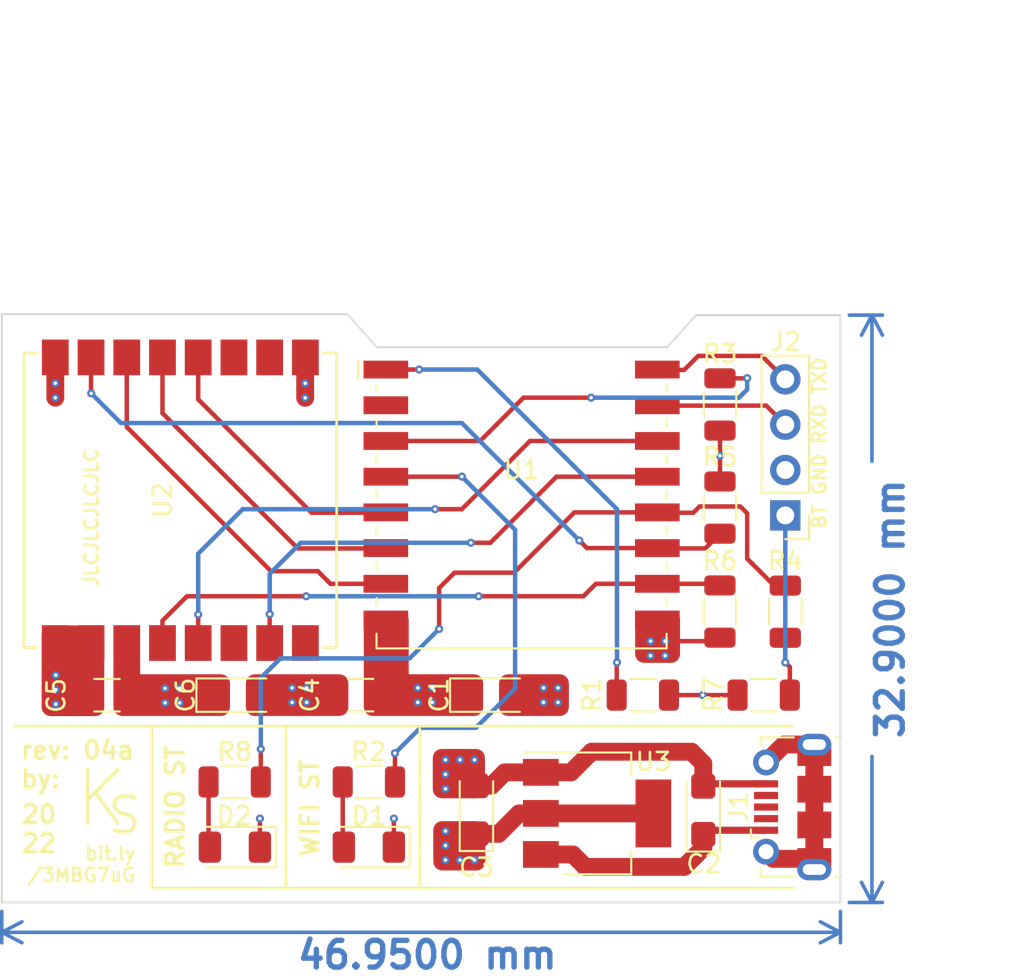
<source format=kicad_pcb>
(kicad_pcb (version 20211014) (generator pcbnew)
  (title_block (title "RF WiFi Bridge") (date "2022-04-26") (rev "0.1") (company "Krzysztof Strehlau") (comment 1 "RF WiFi Bridge (bidirectional)") (comment 2 "ISM: LoRa, GFSK, OOK capable") (comment 3 "Receiver + Transmitter"))
  (layers (0 "F.Cu" signal) (1 "In1.Cu" power) (2 "In2.Cu" power) (31 "B.Cu" signal) (34 "B.Paste" user) (35 "F.Paste" user) (36 "B.SilkS" user "B.Silkscreen") (37 "F.SilkS" user "F.Silkscreen") (38 "B.Mask" user) (39 "F.Mask" user) (44 "Edge.Cuts" user))
  (net 0 "")
  (net 1 "/RESET")
  (net 2 "/SCK")
  (net 3 "/RF_LED")
  (net 6 "GND")
  (net 7 "+3V3")
  (net 11 "unconnected-(J1-Pad6)")
  (net 12 "/MISO")
  (net 13 "Net-(C2-Pad1)")
  (net 14 "Net-(R1-Pad2)")
  (net 15 "Net-(R3-Pad2)")
  (net 16 "/BOOT")
  (net 17 "/MOSI")
  (net 20 "/TXD")
  (net 21 "Net-(D1-Pad2)")
  (net 22 "Net-(D2-Pad2)")
  (net 23 "/WF_LED")
  (net 24 "/DIO2")
  (net 25 "/RXD")
  (net 26 "/SS")
  (net 27 "/DIO0")
  (footprint "LED_SMD:LED_1206_3216Metric" (layer "F.Cu") (at 92.35 72.7 180)
    (fp_text reference "D2" (at 0.05 1.75) (layer "F.SilkS"))
    (fp_text value "RF")
    (fp_line (start -2.285 -1.135) (end -2.285 1.135) (layer "F.SilkS") (width 0.12))
    (fp_line (start -2.285 1.135) (end 1.6 1.135) (layer "F.SilkS") (width 0.12))
    (fp_line (start 1.6 -1.135) (end -2.285 -1.135) (layer "F.SilkS") (width 0.12))
    (pad "1" smd roundrect (at -1.4 0 180) (size 1.25 1.75) (layers "F.Cu" "F.Paste" "F.Mask") (roundrect_rratio 0.2) (net 6 "GND"))
    (pad "2" smd roundrect (at 1.4 0 180) (size 1.25 1.75) (layers "F.Cu" "F.Paste" "F.Mask") (roundrect_rratio 0.2) (net 22 "Net-(D2-Pad2)"))
  )
  (footprint "Capacitor_Tantalum_SMD:CP_EIA-3216-10_Kemet-I" (layer "F.Cu") (at 118.57225 70.6368 90)
    (fp_text reference "C2" (at -3 0.025) (layer "F.SilkS"))
    (fp_text value "10µf")
    (fp_line (start 1.6 -0.935) (end -2.31 -0.935) (layer "F.SilkS") (width 0.12))
    (fp_line (start -2.31 0.935) (end 1.6 0.935) (layer "F.SilkS") (width 0.12))
    (fp_line (start -2.31 -0.935) (end -2.31 0.935) (layer "F.SilkS") (width 0.12))
    (pad "1" smd roundrect (at -1.35 0 90) (size 1.4 1.35) (layers "F.Cu" "F.Paste" "F.Mask") (roundrect_rratio 0.1851851852) (net 13 "Net-(C2-Pad1)"))
    (pad "2" smd roundrect (at 1.35 0 90) (size 1.4 1.35) (layers "F.Cu" "F.Paste" "F.Mask") (roundrect_rratio 0.1851851852) (net 6 "GND"))
  )
  (footprint "Resistor_SMD:R_1206_3216Metric" (layer "F.Cu") (at 119.5042 59.5039 -90)
    (fp_text reference "R6" (at -2.8365 0 180) (layer "F.SilkS"))
    (fp_text value "10k")
    (fp_line (start -0.727064 -0.91) (end 0.727064 -0.91) (layer "F.SilkS") (width 0.12))
    (fp_line (start -0.727064 0.91) (end 0.727064 0.91) (layer "F.SilkS") (width 0.12))
    (pad "1" smd roundrect (at -1.4625 0 270) (size 1.125 1.75) (layers "F.Cu" "F.Paste" "F.Mask") (roundrect_rratio 0.2222222222) (net 1 "/RESET"))
    (pad "2" smd roundrect (at 1.4625 0 270) (size 1.125 1.75) (layers "F.Cu" "F.Paste" "F.Mask") (roundrect_rratio 0.2222222222) (net 6 "GND"))
  )
  (footprint "LED_SMD:LED_1206_3216Metric" (layer "F.Cu") (at 99.85 72.7 180)
    (fp_text reference "D1" (at 0 1.75) (layer "F.SilkS"))
    (fp_text value "WIFI")
    (fp_line (start -2.285 1.135) (end 1.6 1.135) (layer "F.SilkS") (width 0.12))
    (fp_line (start -2.285 -1.135) (end -2.285 1.135) (layer "F.SilkS") (width 0.12))
    (fp_line (start 1.6 -1.135) (end -2.285 -1.135) (layer "F.SilkS") (width 0.12))
    (pad "1" smd roundrect (at -1.4 0 180) (size 1.25 1.75) (layers "F.Cu" "F.Paste" "F.Mask") (roundrect_rratio 0.2) (net 6 "GND"))
    (pad "2" smd roundrect (at 1.4 0 180) (size 1.25 1.75) (layers "F.Cu" "F.Paste" "F.Mask") (roundrect_rratio 0.2) (net 21 "Net-(D1-Pad2)"))
  )
  (footprint "Resistor_SMD:R_1206_3216Metric" (layer "F.Cu") (at 92.3375 69.05)
    (fp_text reference "R8" (at 0 -1.7) (layer "F.SilkS"))
    (fp_text value "220")
    (fp_line (start -0.727064 0.91) (end 0.727064 0.91) (layer "F.SilkS") (width 0.12))
    (fp_line (start -0.727064 -0.91) (end 0.727064 -0.91) (layer "F.SilkS") (width 0.12))
    (pad "1" smd roundrect (at -1.4625 0) (size 1.125 1.75) (layers "F.Cu" "F.Paste" "F.Mask") (roundrect_rratio 0.2222222222) (net 22 "Net-(D2-Pad2)"))
    (pad "2" smd roundrect (at 1.4625 0) (size 1.125 1.75) (layers "F.Cu" "F.Paste" "F.Mask") (roundrect_rratio 0.2222222222) (net 3 "/RF_LED"))
  )
  (footprint "Capacitor_Tantalum_SMD:CP_EIA-3216-10_Kemet-I" (layer "F.Cu") (at 105.87225 70.6076 90)
    (fp_text reference "C3" (at -3.225 0) (layer "F.SilkS"))
    (fp_text value "22µf")
    (fp_line (start 1.6 -0.935) (end -2.31 -0.935) (layer "F.SilkS") (width 0.12))
    (fp_line (start -2.31 0.935) (end 1.6 0.935) (layer "F.SilkS") (width 0.12))
    (fp_line (start -2.31 -0.935) (end -2.31 0.935) (layer "F.SilkS") (width 0.12))
    (pad "1" smd roundrect (at -1.35 0 90) (size 1.4 1.35) (layers "F.Cu" "F.Paste" "F.Mask") (roundrect_rratio 0.1851851852) (net 7 "+3V3"))
    (pad "2" smd roundrect (at 1.35 0 90) (size 1.4 1.35) (layers "F.Cu" "F.Paste" "F.Mask") (roundrect_rratio 0.1851851852) (net 6 "GND"))
  )
  (footprint "RF_Module:Ai-Thinker-Ra-01-LoRa" (layer "F.Cu") (at 89.2964 53.2694 90)
    (fp_text reference "U2" (at 0 -1 90) (layer "F.SilkS"))
    (fp_text value "Ai-Thinker-Ra-02")
    (fp_line (start 8.25 -8.75) (end 8.25 -8) (layer "F.SilkS") (width 0.15))
    (fp_line (start 8.25 8.75) (end 8.25 8) (layer "F.SilkS") (width 0.15))
    (fp_line (start -8.25 8) (end -8.25 8.75) (layer "F.SilkS") (width 0.15))
    (fp_line (start -8.25 -8.75) (end 8.25 -8.75) (layer "F.SilkS") (width 0.15))
    (fp_line (start -8.25 8.75) (end 8.25 8.75) (layer "F.SilkS") (width 0.15))
    (fp_line (start -8.25 -8) (end -8.25 -8.75) (layer "F.SilkS") (width 0.15))
    (pad "1" smd rect (at -8 -7 90) (size 2 1.5) (layers "F.Cu" "F.Paste" "F.Mask") (net 6 "GND"))
    (pad "2" smd rect (at -8 -5 90) (size 2 1.5) (layers "F.Cu" "F.Paste" "F.Mask") (net 6 "GND"))
    (pad "3" smd rect (at -8 -3 90) (size 2 1.5) (layers "F.Cu" "F.Paste" "F.Mask") (net 7 "+3V3"))
    (pad "4" smd rect (at -8 -1 90) (size 2 1.5) (layers "F.Cu" "F.Paste" "F.Mask") (net 1 "/RESET"))
    (pad "5" smd rect (at -8 1 90) (size 2 1.5) (layers "F.Cu" "F.Paste" "F.Mask") (net 27 "/DIO0"))
    (pad "6" smd rect (at -8 3 90) (size 2 1.5) (layers "F.Cu" "F.Paste" "F.Mask"))
    (pad "7" smd rect (at -8 5 90) (size 2 1.5) (layers "F.Cu" "F.Paste" "F.Mask") (net 24 "/DIO2"))
    (pad "8" smd rect (at -8 7 90) (size 2 1.5) (layers "F.Cu" "F.Paste" "F.Mask"))
    (pad "9" smd rect (at 8 7 90) (size 2 1.5) (layers "F.Cu" "F.Paste" "F.Mask") (net 6 "GND"))
    (pad "10" smd rect (at 8 5 90) (size 2 1.5) (layers "F.Cu" "F.Paste" "F.Mask"))
    (pad "11" smd rect (at 8 3 90) (size 2 1.5) (layers "F.Cu" "F.Paste" "F.Mask"))
    (pad "12" smd rect (at 8 1 90) (size 2 1.5) (layers "F.Cu" "F.Paste" "F.Mask") (net 2 "/SCK"))
    (pad "13" smd rect (at 8 -1 90) (size 2 1.5) (layers "F.Cu" "F.Paste" "F.Mask") (net 12 "/MISO"))
    (pad "14" smd rect (at 8 -3 90) (size 2 1.5) (layers "F.Cu" "F.Paste" "F.Mask") (net 17 "/MOSI"))
    (pad "15" smd rect (at 8 -5 90) (size 2 1.5) (layers "F.Cu" "F.Paste" "F.Mask") (net 26 "/SS"))
    (pad "16" smd rect (at 8 -7 90) (size 2 1.5) (layers "F.Cu" "F.Paste" "F.Mask") (net 6 "GND"))
  )
  (footprint "Capacitor_Tantalum_SMD:CP_EIA-3216-10_Kemet-I" (layer "F.Cu") (at 106.7036 64.1858)
    (fp_text reference "C1" (at -2.9192 0 90) (layer "F.SilkS"))
    (fp_text value "22µf")
    (fp_line (start -2.31 -0.935) (end -2.31 0.935) (layer "F.SilkS") (width 0.12))
    (fp_line (start 1.6 -0.935) (end -2.31 -0.935) (layer "F.SilkS") (width 0.12))
    (fp_line (start -2.31 0.935) (end 1.6 0.935) (layer "F.SilkS") (width 0.12))
    (pad "1" smd roundrect (at -1.35 0) (size 1.4 1.35) (layers "F.Cu" "F.Paste" "F.Mask") (roundrect_rratio 0.1851851852) (net 7 "+3V3"))
    (pad "2" smd roundrect (at 1.35 0) (size 1.4 1.35) (layers "F.Cu" "F.Paste" "F.Mask") (roundrect_rratio 0.1851851852) (net 6 "GND"))
  )
  (footprint "Capacitor_Tantalum_SMD:CP_EIA-3216-10_Kemet-I" (layer "F.Cu") (at 92.5068 64.1858)
    (fp_text reference "C6" (at -2.921 0 90) (layer "F.SilkS"))
    (fp_text value "22µf")
    (fp_line (start -2.31 -0.935) (end -2.31 0.935) (layer "F.SilkS") (width 0.12))
    (fp_line (start 1.6 -0.935) (end -2.31 -0.935) (layer "F.SilkS") (width 0.12))
    (fp_line (start -2.31 0.935) (end 1.6 0.935) (layer "F.SilkS") (width 0.12))
    (pad "1" smd roundrect (at -1.35 0) (size 1.4 1.35) (layers "F.Cu" "F.Paste" "F.Mask") (roundrect_rratio 0.1851851852) (net 7 "+3V3"))
    (pad "2" smd roundrect (at 1.35 0) (size 1.4 1.35) (layers "F.Cu" "F.Paste" "F.Mask") (roundrect_rratio 0.1851851852) (net 6 "GND"))
  )
  (footprint "Resistor_SMD:R_1206_3216Metric" (layer "F.Cu") (at 119.507 47.9044 90)
    (fp_text reference "R3" (at 2.8448 0) (layer "F.SilkS"))
    (fp_text value "10k")
    (fp_line (start -0.727064 0.91) (end 0.727064 0.91) (layer "F.SilkS") (width 0.12))
    (fp_line (start -0.727064 -0.91) (end 0.727064 -0.91) (layer "F.SilkS") (width 0.12))
    (pad "1" smd roundrect (at -1.4625 0 90) (size 1.125 1.75) (layers "F.Cu" "F.Paste" "F.Mask") (roundrect_rratio 0.2222222222) (net 7 "+3V3"))
    (pad "2" smd roundrect (at 1.4625 0 90) (size 1.125 1.75) (layers "F.Cu" "F.Paste" "F.Mask") (roundrect_rratio 0.2222222222) (net 15 "Net-(R3-Pad2)"))
  )
  (footprint "Connector_USB:USB_Micro-B_Molex-105017-0001" (layer "F.Cu") (at 123.55065 70.4552 90)
    (fp_text reference "J1" (at 0 -3.00225 90) (layer "F.SilkS"))
    (fp_text value "USB_OTG")
    (fp_line (start -3.9 -1.7625) (end -3.45 -1.7625) (layer "F.SilkS") (width 0.12))
    (fp_line (start 3.9 2.6375) (end 3.9 2.3875) (layer "F.SilkS") (width 0.12))
    (fp_line (start 3.9 -1.7625) (end 3.45 -1.7625) (layer "F.SilkS") (width 0.12))
    (fp_line (start 3.9 0.0875) (end 3.9 -1.7625) (layer "F.SilkS") (width 0.12))
    (fp_line (start -1.7 -2.3125) (end -1.7 -1.8625) (layer "F.SilkS") (width 0.12))
    (fp_line (start -3.9 2.6375) (end -3.9 2.3875) (layer "F.SilkS") (width 0.12))
    (fp_line (start -3.9 0.0875) (end -3.9 -1.7625) (layer "F.SilkS") (width 0.12))
    (fp_line (start -1.7 -2.3125) (end -1.25 -2.3125) (layer "F.SilkS") (width 0.12))
    (pad "1" smd rect (at -1.3 -1.4625 90) (size 0.4 1.35) (layers "F.Cu" "F.Paste" "F.Mask") (net 13 "Net-(C2-Pad1)"))
    (pad "2" smd rect (at -0.65 -1.4625 90) (size 0.4 1.35) (layers "F.Cu" "F.Paste" "F.Mask"))
    (pad "3" smd rect (at 0 -1.4625 90) (size 0.4 1.35) (layers "F.Cu" "F.Paste" "F.Mask"))
    (pad "4" smd rect (at 0.65 -1.4625 90) (size 0.4 1.35) (layers "F.Cu" "F.Paste" "F.Mask"))
    (pad "5" smd rect (at 1.3 -1.4625 90) (size 0.4 1.35) (layers "F.Cu" "F.Paste" "F.Mask") (net 6 "GND"))
    (pad "6" smd rect (at -1 1.2375 90) (size 1.5 1.9) (layers "F.Cu" "F.Paste" "F.Mask") (net 11 "unconnected-(J1-Pad6)"))
    (pad "6" smd rect (at 1 1.2375 90) (size 1.5 1.9) (layers "F.Cu" "F.Paste" "F.Mask") (net 11 "unconnected-(J1-Pad6)"))
    (pad "6" thru_hole oval (at -3.5 1.2375 270) (size 1.2 1.9) (drill oval 0.6 1.3) (layers *.Cu *.Mask) (net 11 "unconnected-(J1-Pad6)"))
    (pad "6" thru_hole circle (at -2.5 -1.4625 90) (size 1.45 1.45) (drill 0.85) (layers *.Cu *.Mask) (net 11 "unconnected-(J1-Pad6)"))
    (pad "6" thru_hole circle (at 2.5 -1.4625 90) (size 1.45 1.45) (drill 0.85) (layers *.Cu *.Mask) (net 11 "unconnected-(J1-Pad6)"))
    (pad "6" smd rect (at 2.9 1.2375 90) (size 1.2 1.9) (layers "F.Cu" "F.Mask") (net 11 "unconnected-(J1-Pad6)"))
    (pad "6" smd rect (at -2.9 1.2375 90) (size 1.2 1.9) (layers "F.Cu" "F.Mask") (net 11 "unconnected-(J1-Pad6)"))
    (pad "6" thru_hole oval (at 3.5 1.2375 90) (size 1.2 1.9) (drill oval 0.6 1.3) (layers *.Cu *.Mask) (net 11 "unconnected-(J1-Pad6)"))
  )
  (footprint "Capacitor_SMD:C_1206_3216Metric" (layer "F.Cu") (at 85.1934 64.1922 180)
    (fp_text reference "C5" (at 2.8466 -0.019 90) (layer "F.SilkS"))
    (fp_text value "0.1µf")
    (fp_line (start -0.711252 -0.91) (end 0.711252 -0.91) (layer "F.SilkS") (width 0.12))
    (fp_line (start -0.711252 0.91) (end 0.711252 0.91) (layer "F.SilkS") (width 0.12))
    (pad "1" smd roundrect (at -1.475 0 180) (size 1.15 1.8) (layers "F.Cu" "F.Paste" "F.Mask") (roundrect_rratio 0.2173913043) (net 7 "+3V3"))
    (pad "2" smd roundrect (at 1.475 0 180) (size 1.15 1.8) (layers "F.Cu" "F.Paste" "F.Mask") (roundrect_rratio 0.2173913043) (net 6 "GND"))
  )
  (footprint "Resistor_SMD:R_1206_3216Metric" (layer "F.Cu") (at 99.85 69.05)
    (fp_text reference "R2" (at -0.0125 -1.699094) (layer "F.SilkS"))
    (fp_text value "220")
    (fp_line (start -0.727064 -0.91) (end 0.727064 -0.91) (layer "F.SilkS") (width 0.12))
    (fp_line (start -0.727064 0.91) (end 0.727064 0.91) (layer "F.SilkS") (width 0.12))
    (pad "1" smd roundrect (at -1.4625 0) (size 1.125 1.75) (layers "F.Cu" "F.Paste" "F.Mask") (roundrect_rratio 0.2222222222) (net 21 "Net-(D1-Pad2)"))
    (pad "2" smd roundrect (at 1.4625 0) (size 1.125 1.75) (layers "F.Cu" "F.Paste" "F.Mask") (roundrect_rratio 0.2222222222) (net 23 "/WF_LED"))
  )
  (footprint "Resistor_SMD:R_1206_3216Metric" (layer "F.Cu") (at 123.1646 59.5122 -90)
    (fp_text reference "R4" (at -2.8448 0) (layer "F.SilkS"))
    (fp_text value "1k")
    (fp_line (start -0.727064 -0.91) (end 0.727064 -0.91) (layer "F.SilkS") (width 0.12))
    (fp_line (start -0.727064 0.91) (end 0.727064 0.91) (layer "F.SilkS") (width 0.12))
    (pad "1" smd roundrect (at -1.4625 0 270) (size 1.125 1.75) (layers "F.Cu" "F.Paste" "F.Mask") (roundrect_rratio 0.2222222222) (net 3 "/RF_LED"))
    (pad "2" smd roundrect (at 1.4625 0 270) (size 1.125 1.75) (layers "F.Cu" "F.Paste" "F.Mask") (roundrect_rratio 0.2222222222) (net 16 "/BOOT"))
  )
  (footprint "RF_Module:ESP-07" (layer "F.Cu") (at 108.4 50.85)
    (fp_text reference "U1" (at 0 0.71) (layer "F.SilkS"))
    (fp_text value "ESP-12F")
    (fp_line (start -8.12 -1.7) (end -8.12 -2.1) (layer "F.SilkS") (width 0.12))
    (fp_line (start -8.12 6.3) (end -8.12 5.9) (layer "F.SilkS") (width 0.12))
    (fp_line (start -8.12 -3.7) (end -8.12 -4.1) (layer "F.SilkS") (width 0.12))
    (fp_line (start -8.12 10.72) (end -8.12 9.9) (layer "F.SilkS") (width 0.12))
    (fp_line (start -8.12 2.3) (end -8.12 1.9) (layer "F.SilkS") (width 0.12))
    (fp_line (start 8.12 0.3) (end 8.12 -0.1) (layer "F.SilkS") (width 0.12))
    (fp_line (start 8.12 -3.7) (end 8.12 -4.1) (layer "F.SilkS") (width 0.12))
    (fp_line (start -8.12 8.3) (end -8.12 7.9) (layer "F.SilkS") (width 0.12))
    (fp_line (start 8.12 8.3) (end 8.12 7.9) (layer "F.SilkS") (width 0.12))
    (fp_line (start 8.12 2.3) (end 8.12 1.9) (layer "F.SilkS") (width 0.12))
    (fp_line (start 8.12 4.3) (end 8.12 3.9) (layer "F.SilkS") (width 0.12))
    (fp_line (start -8.12 0.3) (end -8.12 -0.1) (layer "F.SilkS") (width 0.12))
    (fp_line (start -9.15 -5.4) (end -9.15 -4.4) (layer "F.SilkS") (width 0.12))
    (fp_line (start 8.12 -1.7) (end 8.12 -2.1) (layer "F.SilkS") (width 0.12))
    (fp_line (start 8.12 6.3) (end 8.12 5.9) (layer "F.SilkS") (width 0.12))
    (fp_line (start 8.12 10.72) (end -8.12 10.72) (layer "F.SilkS") (width 0.12))
    (fp_line (start 8.12 9.9) (end 8.12 10.72) (layer "F.SilkS") (width 0.12))
    (fp_line (start -8.12 4.3) (end -8.12 3.9) (layer "F.SilkS") (width 0.12))
    (pad "1" smd rect (at -7.6 -4.9) (size 2.5 1) (layers "F.Cu" "F.Paste" "F.Mask") (net 14 "Net-(R1-Pad2)"))
    (pad "2" smd rect (at -7.6 -2.9) (size 2.5 1) (layers "F.Cu" "F.Paste" "F.Mask"))
    (pad "3" smd rect (at -7.6 -0.9) (size 2.5 1) (layers "F.Cu" "F.Paste" "F.Mask") (net 15 "Net-(R3-Pad2)"))
    (pad "4" smd rect (at -7.6 1.1) (size 2.5 1) (layers "F.Cu" "F.Paste" "F.Mask") (net 23 "/WF_LED"))
    (pad "5" smd rect (at -7.6 3.1) (size 2.5 1) (layers "F.Cu" "F.Paste" "F.Mask") (net 2 "/SCK"))
    (pad "6" smd rect (at -7.6 5.1) (size 2.5 1) (layers "F.Cu" "F.Paste" "F.Mask") (net 12 "/MISO"))
    (pad "7" smd rect (at -7.6 7.1) (size 2.5 1) (layers "F.Cu" "F.Paste" "F.Mask") (net 17 "/MOSI"))
    (pad "8" smd rect (at -7.6 9.1) (size 2.5 1) (layers "F.Cu" "F.Paste" "F.Mask") (net 7 "+3V3"))
    (pad "9" smd rect (at 7.6 9.1) (size 2.5 1) (layers "F.Cu" "F.Paste" "F.Mask") (net 6 "GND"))
    (pad "10" smd rect (at 7.6 7.1) (size 2.5 1) (layers "F.Cu" "F.Paste" "F.Mask") (net 1 "/RESET"))
    (pad "11" smd rect (at 7.6 5.1) (size 2.5 1) (layers "F.Cu" "F.Paste" "F.Mask") (net 26 "/SS"))
    (pad "12" smd rect (at 7.6 3.1) (size 2.5 1) (layers "F.Cu" "F.Paste" "F.Mask") (net 3 "/RF_LED"))
    (pad "13" smd rect (at 7.6 1.1) (size 2.5 1) (layers "F.Cu" "F.Paste" "F.Mask") (net 24 "/DIO2"))
    (pad "14" smd rect (at 7.6 -0.9) (size 2.5 1) (layers "F.Cu" "F.Paste" "F.Mask") (net 27 "/DIO0"))
    (pad "15" smd rect (at 7.6 -2.9) (size 2.5 1) (layers "F.Cu" "F.Paste" "F.Mask") (net 25 "/RXD"))
    (pad "16" smd rect (at 7.6 -4.9) (size 2.5 1) (layers "F.Cu" "F.Paste" "F.Mask") (net 20 "/TXD"))
    (zone (net 0) (net_name "") (layers *.Cu) (connect_pads (clearance 0)) (min_thickness 0.254)
      (keepout (tracks not_allowed) (vias not_allowed) (pads not_allowed) (copperpour not_allowed) (footprints not_allowed))
      (fill (thermal_gap 0.508) (thermal_bridge_width 0.508))
      (polygon (pts (xy 99.243 44.85) (xy 117.557 44.85) (xy 117.557 25.25) (xy 99.243 25.25)))
    )
  )
  (footprint "Capacitor_SMD:C_1206_3216Metric" (layer "F.Cu") (at 99.3902 64.1858 180)
    (fp_text reference "C4" (at 2.8448 0 90) (layer "F.SilkS"))
    (fp_text value "0.1µf")
    (fp_line (start -0.711252 -0.91) (end 0.711252 -0.91) (layer "F.SilkS") (width 0.12))
    (fp_line (start -0.711252 0.91) (end 0.711252 0.91) (layer "F.SilkS") (width 0.12))
    (pad "1" smd roundrect (at -1.475 0 180) (size 1.15 1.8) (layers "F.Cu" "F.Paste" "F.Mask") (roundrect_rratio 0.2173913043) (net 7 "+3V3"))
    (pad "2" smd roundrect (at 1.475 0 180) (size 1.15 1.8) (layers "F.Cu" "F.Paste" "F.Mask") (roundrect_rratio 0.2173913043) (net 6 "GND"))
  )
  (footprint "Resistor_SMD:R_1206_3216Metric" (layer "F.Cu") (at 119.507 53.6809 90)
    (fp_text reference "R5" (at 2.8301 0) (layer "F.SilkS"))
    (fp_text value "10k")
    (fp_line (start -0.727064 0.91) (end 0.727064 0.91) (layer "F.SilkS") (width 0.12))
    (fp_line (start -0.727064 -0.91) (end 0.727064 -0.91) (layer "F.SilkS") (width 0.12))
    (pad "1" smd roundrect (at -1.4625 0 90) (size 1.125 1.75) (layers "F.Cu" "F.Paste" "F.Mask") (roundrect_rratio 0.2222222222) (net 26 "/SS"))
    (pad "2" smd roundrect (at 1.4625 0 90) (size 1.125 1.75) (layers "F.Cu" "F.Paste" "F.Mask") (roundrect_rratio 0.2222222222) (net 7 "+3V3"))
  )
  (footprint "Package_TO_SOT_SMD:SOT-223-3_TabPin2" (layer "F.Cu") (at 112.62825 70.8108)
    (fp_text reference "U3" (at 3.15 -2.9) (layer "F.SilkS"))
    (fp_text value "AMS1117-3.3")
    (fp_line (start 1.91 -3.41) (end 1.91 -2.15) (layer "F.SilkS") (width 0.12))
    (fp_line (start -1.85 3.41) (end 1.91 3.41) (layer "F.SilkS") (width 0.12))
    (fp_line (start -4.1 -3.41) (end 1.91 -3.41) (layer "F.SilkS") (width 0.12))
    (fp_line (start 1.91 3.41) (end 1.91 2.15) (layer "F.SilkS") (width 0.12))
    (pad "1" smd rect (at -3.15 -2.3) (size 2 1.5) (layers "F.Cu" "F.Paste" "F.Mask") (net 6 "GND"))
    (pad "2" smd rect (at -3.15 0) (size 2 1.5) (layers "F.Cu" "F.Paste" "F.Mask") (net 7 "+3V3"))
    (pad "2" smd rect (at 3.15 0) (size 2 3.8) (layers "F.Cu" "F.Paste" "F.Mask") (net 7 "+3V3"))
    (pad "3" smd rect (at -3.15 2.3) (size 2 1.5) (layers "F.Cu" "F.Paste" "F.Mask") (net 13 "Net-(C2-Pad1)"))
  )
  (footprint "Connector_PinHeader_2.54mm:PinHeader_1x04_P2.54mm_Vertical" (layer "F.Cu") (at 123.1646 54.1174 180)
    (fp_text reference "J2" (at -0.0254 9.7182) (layer "F.SilkS"))
    (fp_text value "Conn_01x04")
    (fp_line (start -1.33 0) (end -1.33 -1.33) (layer "F.SilkS") (width 0.12))
    (fp_line (start -1.33 1.27) (end 1.33 1.27) (layer "F.SilkS") (width 0.12))
    (fp_line (start -1.33 1.27) (end -1.33 8.95) (layer "F.SilkS") (width 0.12))
    (fp_line (start -1.33 8.95) (end 1.33 8.95) (layer "F.SilkS") (width 0.12))
    (fp_line (start 1.33 1.27) (end 1.33 8.95) (layer "F.SilkS") (width 0.12))
    (fp_line (start -1.33 -1.33) (end 0 -1.33) (layer "F.SilkS") (width 0.12))
    (pad "1" thru_hole rect (at 0 0 180) (size 1.7 1.7) (drill 1) (layers *.Cu *.Mask) (net 16 "/BOOT"))
    (pad "2" thru_hole oval (at 0 2.54 180) (size 1.7 1.7) (drill 1) (layers *.Cu *.Mask) (net 6 "GND"))
    (pad "3" thru_hole oval (at 0 5.08 180) (size 1.7 1.7) (drill 1) (layers *.Cu *.Mask) (net 25 "/RXD"))
    (pad "4" thru_hole oval (at 0 7.62 180) (size 1.7 1.7) (drill 1) (layers *.Cu *.Mask) (net 20 "/TXD"))
  )
  (footprint "Resistor_SMD:R_1206_3216Metric" (layer "F.Cu") (at 115.189 64.1858 180)
    (fp_text reference "R1" (at 2.8448 0.0254 270) (layer "F.SilkS"))
    (fp_text value "10k")
    (fp_line (start -0.727064 0.91) (end 0.727064 0.91) (layer "F.SilkS") (width 0.12))
    (fp_line (start -0.727064 -0.91) (end 0.727064 -0.91) (layer "F.SilkS") (width 0.12))
    (pad "1" smd roundrect (at -1.4625 0 180) (size 1.125 1.75) (layers "F.Cu" "F.Paste" "F.Mask") (roundrect_rratio 0.2222222222) (net 7 "+3V3"))
    (pad "2" smd roundrect (at 1.4625 0 180) (size 1.125 1.75) (layers "F.Cu" "F.Paste" "F.Mask") (roundrect_rratio 0.2222222222) (net 14 "Net-(R1-Pad2)"))
  )
  (footprint "Resistor_SMD:R_1206_3216Metric" (layer "F.Cu") (at 121.9561 64.1858 180)
    (fp_text reference "R7" (at 2.8301 0.0254 90) (layer "F.SilkS"))
    (fp_text value "10k")
    (fp_line (start -0.727064 0.91) (end 0.727064 0.91) (layer "F.SilkS") (width 0.12))
    (fp_line (start -0.727064 -0.91) (end 0.727064 -0.91) (layer "F.SilkS") (width 0.12))
    (pad "1" smd roundrect (at -1.4625 0 180) (size 1.125 1.75) (layers "F.Cu" "F.Paste" "F.Mask") (roundrect_rratio 0.2222222222) (net 16 "/BOOT"))
    (pad "2" smd roundrect (at 1.4625 0 180) (size 1.125 1.75) (layers "F.Cu" "F.Paste" "F.Mask") (roundrect_rratio 0.2222222222) (net 7 "+3V3"))
  )
  (gr_line (start 80 65.925) (end 123.55 65.925) (layer "F.SilkS") (width 0.15))
  (gr_line (start 95.2 75) (end 95.2 65.925) (layer "F.SilkS") (width 0.15))
  (gr_line (start 87.7022 75) (end 87.7022 65.925) (layer "F.SilkS") (width 0.15))
  (gr_line (start 102.6978 75) (end 102.7 65.925) (layer "F.SilkS") (width 0.15))
  (gr_line (start 123.6472 75) (end 87.7022 75) (layer "F.SilkS") (width 0.15))
  (gr_line (start 126.25 42.9) (end 118.175 42.9) (layer "Edge.Cuts") (width 0.1))
  (gr_line (start 79.3 75.8) (end 126.25 75.8) (layer "Edge.Cuts") (width 0.1))
  (gr_line (start 116.55 44.7) (end 100.3 44.7) (layer "Edge.Cuts") (width 0.1))
  (gr_line (start 79.3 42.85) (end 79.3 75.8) (layer "Edge.Cuts") (width 0.1))
  (gr_line (start 100.3 44.7) (end 98.65 42.85) (layer "Edge.Cuts") (width 0.1))
  (gr_line (start 126.25 75.8) (end 126.25 42.9) (layer "Edge.Cuts") (width 0.1))
  (gr_line (start 116.55 44.7) (end 118.175 42.9) (layer "Edge.Cuts") (width 0.1))
  (gr_line (start 98.65 42.85) (end 79.3 42.85) (layer "Edge.Cuts") (width 0.1))
  (gr_text "RADIO ST" (at 89 70.45 90) (layer "F.SilkS") (effects (font (size 1 1) (thickness 0.2))))
  (gr_text "BT GND RXD TXD" (at 125.0696 45.1866 90) (layer "F.SilkS") (effects (font (size 0.75 0.75)) (justify right)))
  (gr_text "S" (at 86.175 70.925) (layer "F.SilkS") (effects (font (size 2 2) (thickness 0.2))))
  (gr_text "WIFI ST" (at 96.55 70.5 90) (layer "F.SilkS") (effects (font (size 1 1) (thickness 0.2))))
  (gr_text "JLCJLCJLCJLC" (at 84.32 50.28 90) (layer "F.SilkS") (effects (font (size 0.75 0.75)) (justify right)))
  (gr_text "rev: 04a\nby:" (at 80.264 68.072) (layer "F.SilkS") (effects (font (size 1 1) (thickness 0.2)) (justify left)))
  (gr_text "K" (at 84.875 69.975) (layer "F.SilkS") (effects (font (size 3 3) (thickness 0.2))))
  (gr_text "bit.ly\n/3MBG7uG" (at 86.868 73.66) (layer "F.SilkS") (effects (font (size 0.75 0.75)) (justify right)))
  (gr_text "20\n22" (at 81.375 71.675) (layer "F.SilkS") (effects (font (size 1 1) (thickness 0.2))))
  (dimension (type aligned) (layer "B.Cu") (pts (xy 126.25 75.8) (xy 126.25 42.9)) (height 1.766) (gr_text "32,9000 mm" (at 129.032 59.35 90) (layer "B.Cu") (effects (font (size 1.5 1.5) (thickness 0.3)))) (format (units 3) (units_format 1) (precision 4)) (style (thickness 0.2) (arrow_length 1.27) (text_position_mode 2) (extension_height 0.58642) (extension_offset 0.5) keep_text_aligned))
  (dimension (type aligned) (layer "B.Cu") (pts (xy 126.25 75.8) (xy 79.3 75.8)) (height -1.67) (gr_text "46,9500 mm" (at 103.124 78.74) (layer "B.Cu") (effects (font (size 1.5 1.5) (thickness 0.3)))) (format (units 3) (units_format 1) (precision 4)) (style (thickness 0.2) (arrow_length 1.27) (text_position_mode 2) (extension_height 0.58642) (extension_offset 0.5) keep_text_aligned))
  (segment (start 88.2964 60.0194) (end 89.6672 58.6486) (width 0.25) (layer "F.Cu") (net 1))
  (segment (start 119.4128 57.95) (end 116 57.95) (width 0.25) (layer "F.Cu") (net 1))
  (segment (start 111.8616 58.6486) (end 112.5602 57.95) (width 0.25) (layer "F.Cu") (net 1))
  (segment (start 116 57.95) (end 112.5602 57.95) (width 0.25) (layer "F.Cu") (net 1))
  (segment (start 89.6672 58.6486) (end 96.3422 58.6486) (width 0.25) (layer "F.Cu") (net 1))
  (segment (start 105.9942 58.6486) (end 111.8616 58.6486) (width 0.25) (layer "F.Cu") (net 1))
  (segment (start 88.2964 61.2694) (end 88.2964 60.0194) (width 0.25) (layer "F.Cu") (net 1))
  (segment (start 119.5042 58.0414) (end 119.4128 57.95) (width 0.25) (layer "F.Cu") (net 1))
  (via (at 96.3422 58.6486) (size 0.45) (drill 0.2) (layers "F.Cu" "B.Cu") (net 1))
  (via (at 105.9942 58.6486) (size 0.45) (drill 0.2) (layers "F.Cu" "B.Cu") (net 1))
  (segment (start 105.9942 58.6486) (end 96.3422 58.6486) (width 0.25) (layer "B.Cu") (net 1))
  (segment (start 90.2964 45.2694) (end 90.2964 47.6194) (width 0.25) (layer "F.Cu") (net 2))
  (segment (start 90.2964 47.6194) (end 96.6464 53.9694) (width 0.25) (layer "F.Cu") (net 2))
  (segment (start 96.6464 53.9694) (end 100.8214 53.9694) (width 0.25) (layer "F.Cu") (net 2))
  (segment (start 103.7844 60.4774) (end 103.7844 58.1914) (width 0.25) (layer "F.Cu") (net 3))
  (segment (start 104.648 57.3278) (end 107.9754 57.3278) (width 0.25) (layer "F.Cu") (net 3))
  (segment (start 118.014 53.9694) (end 116.0214 53.9694) (width 0.25) (layer "F.Cu") (net 3))
  (segment (start 93.8 67.2106) (end 93.8022 67.2084) (width 0.25) (layer "F.Cu") (net 3))
  (segment (start 103.7844 58.1914) (end 104.648 57.3278) (width 0.25) (layer "F.Cu") (net 3))
  (segment (start 123.1646 58.0497) (end 122.5403 58.0497) (width 0.25) (layer "F.Cu") (net 3))
  (segment (start 93.8 69.05) (end 93.8 67.5) (width 0.25) (layer "F.Cu") (net 3))
  (segment (start 120.65 53.6194) (end 118.364 53.6194) (width 0.25) (layer "F.Cu") (net 3))
  (segment (start 122.5403 58.0497) (end 121.031 56.5404) (width 0.25) (layer "F.Cu") (net 3))
  (segment (start 121.031 56.5404) (end 121.031 54.0004) (width 0.25) (layer "F.Cu") (net 3))
  (segment (start 118.364 53.6194) (end 118.014 53.9694) (width 0.25) (layer "F.Cu") (net 3))
  (segment (start 107.9754 57.3278) (end 111.3532 53.95) (width 0.25) (layer "F.Cu") (net 3))
  (segment (start 121.031 54.0004) (end 120.65 53.6194) (width 0.25) (layer "F.Cu") (net 3))
  (segment (start 111.3532 53.95) (end 116 53.95) (width 0.25) (layer "F.Cu") (net 3))
  (segment (start 93.8 67.5) (end 93.8 67.2106) (width 0.25) (layer "F.Cu") (net 3))
  (via (at 93.8022 67.2084) (size 0.45) (drill 0.2) (layers "F.Cu" "B.Cu") (net 3))
  (via (at 103.7844 60.4774) (size 0.45) (drill 0.2) (layers "F.Cu" "B.Cu") (net 3))
  (segment (start 94.8944 62.1284) (end 93.8022 63.2206) (width 0.25) (layer "B.Cu") (net 3))
  (segment (start 102.1334 62.1284) (end 103.7844 60.4774) (width 0.25) (layer "B.Cu") (net 3))
  (segment (start 94.8944 62.1284) (end 102.1334 62.1284) (width 0.25) (layer "B.Cu") (net 3))
  (segment (start 93.8022 63.2206) (end 93.8022 67.2084) (width 0.25) (layer "B.Cu") (net 3))
  (segment (start 101.25 71.100906) (end 101.252698 71.098208) (width 0.25) (layer "F.Cu") (net 6))
  (segment (start 96.2854 47.533) (end 96.2854 45.2804) (width 1) (layer "F.Cu") (net 6))
  (segment (start 117.91185 67.3564) (end 118.57225 68.0168) (width 1) (layer "F.Cu") (net 6))
  (segment (start 101.25 72.7) (end 101.25 71.100906) (width 0.25) (layer "F.Cu") (net 6))
  (segment (start 106.71425 69.2576) (end 107.46105 68.5108) (width 1) (layer "F.Cu") (net 6))
  (segment (start 107.46105 68.5108) (end 109.47825 68.5108) (width 1) (layer "F.Cu") (net 6))
  (segment (start 118.69625 69.1044) (end 118.57225 69.2284) (width 0.4) (layer "F.Cu") (net 6))
  (segment (start 93.75 72.7) (end 93.75 71.1) (width 0.25) (layer "F.Cu") (net 6))
  (segment (start 118.57225 68.0168) (end 118.57225 69.2868) (width 1) (layer "F.Cu") (net 6))
  (segment (start 116.4336 61.1632) (end 119.3074 61.1632) (width 0.25) (layer "F.Cu") (net 6))
  (segment (start 122.08815 69.1552) (end 118.70385 69.1552) (width 0.4) (layer "F.Cu") (net 6))
  (segment (start 111.16945 68.5108) (end 109.47825 68.5108) (width 1) (layer "F.Cu") (net 6))
  (segment (start 117.91185 67.3564) (end 112.32385 67.3564) (width 1) (layer "F.Cu") (net 6))
  (segment (start 82.2964 45.2694) (end 82.2964 47.5266) (width 1) (layer "F.Cu") (net 6))
  (segment (start 105.87225 69.2576) (end 106.71425 69.2576) (width 1) (layer "F.Cu") (net 6))
  (segment (start 119.3074 61.1632) (end 119.5042 60.9664) (width 0.25) (layer "F.Cu") (net 6))
  (segment (start 96.2854 45.2804) (end 96.2964 45.2694) (width 0.25) (layer "F.Cu") (net 6))
  (segment (start 118.70385 69.1552) (end 118.57225 69.2868) (width 0.4) (layer "F.Cu") (net 6))
  (segment (start 82.2964 47.5266) (end 82.2932 47.5298) (width 0.25) (layer "F.Cu") (net 6))
  (segment (start 112.32385 67.3564) (end 111.16945 68.5108) (width 1) (layer "F.Cu") (net 6))
  (via (at 105.76605 67.8102) (size 0.45) (drill 0.2) (layers "F.Cu" "B.Cu") (net 6))
  (via (at 110.4392 64.5922) (size 0.45) (drill 0.2) (layers "F.Cu" "B.Cu") (net 6))
  (via (at 104.14045 68.623) (size 0.45) (drill 0.2) (layers "F.Cu" "B.Cu") (net 6))
  (via (at 104.14045 67.8102) (size 0.45) (drill 0.2) (layers "F.Cu" "B.Cu") (net 6))
  (via (at 82.2932 47.5298) (size 0.45) (drill 0.2) (layers "F.Cu" "B.Cu") (net 6))
  (via (at 96.2854 47.533) (size 0.45) (drill 0.2) (layers "F.Cu" "B.Cu") (net 6))
  (via (at 116.4336 61.1632) (size 0.45) (drill 0.2) (layers "F.Cu" "B.Cu") (net 6))
  (via (at 115.6208 61.1632) (size 0.45) (drill 0.2) (layers "F.Cu" "B.Cu") (net 6))
  (via (at 82.3214 63.881) (size 0.45) (drill 0.2) (layers "F.Cu" "B.Cu") (net 6))
  (via (at 109.6264 63.7794) (size 0.45) (drill 0.2) (layers "F.Cu" "B.Cu") (net 6))
  (via (at 109.6264 64.5922) (size 0.45) (drill 0.2) (layers "F.Cu" "B.Cu") (net 6))
  (via (at 96.3676 63.7794) (size 0.45) (drill 0.2) (layers "F.Cu" "B.Cu") (net 6))
  (via (at 82.3214 64.6938) (size 0.45) (drill 0.2) (layers "F.Cu" "B.Cu") (net 6))
  (via (at 115.6208 61.976) (size 0.45) (drill 0.2) (layers "F.Cu" "B.Cu") (net 6))
  (via (at 104.95325 67.8102) (size 0.45) (drill 0.2) (layers "F.Cu" "B.Cu") (net 6))
  (via (at 116.4336 61.976) (size 0.45) (drill 0.2) (layers "F.Cu" "B.Cu") (net 6))
  (via (at 110.4392 63.7794) (size 0.45) (drill 0.2) (layers "F.Cu" "B.Cu") (net 6))
  (via (at 95.5548 63.7794) (size 0.45) (drill 0.2) (layers "F.Cu" "B.Cu") (net 6))
  (via (at 82.2964 46.7138) (size 0.45) (drill 0.2) (layers "F.Cu" "B.Cu") (net 6))
  (via (at 82.3214 63.0682) (size 0.45) (drill 0.2) (layers "F.Cu" "B.Cu") (net 6))
  (via (at 93.75 71.1) (size 0.45) (drill 0.2) (layers "F.Cu" "B.Cu") (net 6))
  (via (at 104.14045 69.4358) (size 0.45) (drill 0.2) (layers "F.Cu" "B.Cu") (net 6))
  (via (at 101.252698 71.098208) (size 0.45) (drill 0.2) (layers "F.Cu" "B.Cu") (net 6))
  (via (at 96.2886 46.717) (size 0.45) (drill 0.2) (layers "F.Cu" "B.Cu") (net 6))
  (via (at 95.5548 64.5922) (size 0.45) (drill 0.2) (layers "F.Cu" "B.Cu") (net 6))
  (via (at 96.3676 64.5922) (size 0.45) (drill 0.2) (layers "F.Cu" "B.Cu") (net 6))
  (segment (start 105.87225 71.9576) (end 107.11305 71.9576) (width 1) (layer "F.Cu") (net 7))
  (segment (start 118.5418 64.1858) (end 116.6515 64.1858) (width 0.25) (layer "F.Cu") (net 7))
  (segment (start 119.507 50.7746) (end 119.507 52.2184) (width 0.25) (layer "F.Cu") (net 7))
  (segment (start 109.47825 70.8108) (end 115.77825 70.8108) (width 1) (layer "F.Cu") (net 7))
  (segment (start 119.507 49.3669) (end 119.507 50.7746) (width 0.25) (layer "F.Cu") (net 7))
  (segment (start 107.11305 71.9576) (end 108.25985 70.8108) (width 1) (layer "F.Cu") (net 7))
  (segment (start 108.25985 70.8108) (end 109.47825 70.8108) (width 1) (layer "F.Cu") (net 7))
  (segment (start 120.4936 64.1858) (end 118.5418 64.1858) (width 0.25) (layer "F.Cu") (net 7))
  (via (at 104.14045 72.6108) (size 0.45) (drill 0.2) (layers "F.Cu" "B.Cu") (net 7))
  (via (at 105.76605 73.4236) (size 0.45) (drill 0.2) (layers "F.Cu" "B.Cu") (net 7))
  (via (at 102.5906 63.7794) (size 0.45) (drill 0.2) (layers "F.Cu" "B.Cu") (net 7))
  (via (at 88.4428 63.8048) (size 0.45) (drill 0.2) (layers "F.Cu" "B.Cu") (net 7))
  (via (at 89.2556 64.6176) (size 0.45) (drill 0.2) (layers "F.Cu" "B.Cu") (net 7))
  (via (at 104.14045 73.4236) (size 0.45) (drill 0.2) (layers "F.Cu" "B.Cu") (net 7))
  (via (at 104.95325 73.4236) (size 0.45) (drill 0.2) (layers "F.Cu" "B.Cu") (net 7))
  (via (at 119.507 50.7746) (size 0.45) (drill 0.2) (layers "F.Cu" "B.Cu") (net 7))
  (via (at 118.5418 64.1858) (size 0.45) (drill 0.2) (layers "F.Cu" "B.Cu") (net 7))
  (via (at 104.14045 71.798) (size 0.45) (drill 0.2) (layers "F.Cu" "B.Cu") (net 7))
  (via (at 89.2556 63.8048) (size 0.45) (drill 0.2) (layers "F.Cu" "B.Cu") (net 7))
  (via (at 88.4428 64.6176) (size 0.45) (drill 0.2) (layers "F.Cu" "B.Cu") (net 7))
  (via (at 102.5906 64.5922) (size 0.45) (drill 0.2) (layers "F.Cu" "B.Cu") (net 7))
  (via (at 103.4034 64.5922) (size 0.45) (drill 0.2) (layers "F.Cu" "B.Cu") (net 7))
  (via (at 103.4034 63.7794) (size 0.45) (drill 0.2) (layers "F.Cu" "B.Cu") (net 7))
  (segment (start 124.78815 66.9552) (end 124.78815 69.4552) (width 1) (layer "F.Cu") (net 11))
  (segment (start 124.78815 66.9552) (end 123.08815 66.9552) (width 1) (layer "F.Cu") (net 11))
  (segment (start 122.48815 73.3552) (end 122.08815 72.9552) (width 1) (layer "F.Cu") (net 11))
  (segment (start 124.78815 69.4552) (end 124.78815 71.4552) (width 1) (layer "F.Cu") (net 11))
  (segment (start 123.08815 66.9552) (end 122.08815 67.9552) (width 1) (layer "F.Cu") (net 11))
  (segment (start 124.78815 73.3552) (end 122.48815 73.3552) (width 1) (layer "F.Cu") (net 11))
  (segment (start 124.78815 71.4552) (end 124.78815 73.3552) (width 1) (layer "F.Cu") (net 11))
  (segment (start 95.8714 55.9694) (end 100.8214 55.9694) (width 0.25) (layer "F.Cu") (net 12))
  (segment (start 88.2964 48.3944) (end 95.8714 55.9694) (width 0.25) (layer "F.Cu") (net 12))
  (segment (start 88.2964 45.2694) (end 88.2964 48.3944) (width 0.25) (layer "F.Cu") (net 12))
  (segment (start 118.79625 71.7044) (end 118.57225 71.9284) (width 0.4) (layer "F.Cu") (net 13))
  (segment (start 122.08815 71.7552) (end 118.80385 71.7552) (width 0.4) (layer "F.Cu") (net 13))
  (segment (start 111.27105 73.1108) (end 111.96825 73.808) (width 1) (layer "F.Cu") (net 13))
  (segment (start 118.80385 71.7552) (end 118.57225 71.9868) (width 0.4) (layer "F.Cu") (net 13))
  (segment (start 109.47825 73.1108) (end 111.27105 73.1108) (width 1) (layer "F.Cu") (net 13))
  (segment (start 117.50545 73.808) (end 118.57225 72.7412) (width 1) (layer "F.Cu") (net 13))
  (segment (start 118.57225 72.7412) (end 118.57225 71.9868) (width 1) (layer "F.Cu") (net 13))
  (segment (start 111.96825 73.808) (end 117.50545 73.808) (width 1) (layer "F.Cu") (net 13))
  (segment (start 102.6654 45.95) (end 102.6668 45.9486) (width 0.25) (layer "F.Cu") (net 14))
  (segment (start 113.7265 62.3717) (end 113.7412 62.357) (width 0.25) (layer "F.Cu") (net 14))
  (segment (start 113.7265 64.1858) (end 113.7265 62.3717) (width 0.25) (layer "F.Cu") (net 14))
  (segment (start 100.8 45.95) (end 102.6654 45.95) (width 0.25) (layer "F.Cu") (net 14))
  (via (at 102.6668 45.9486) (size 0.45) (drill 0.2) (layers "F.Cu" "B.Cu") (net 14))
  (via (at 113.7412 62.357) (size 0.45) (drill 0.2) (layers "F.Cu" "B.Cu") (net 14))
  (segment (start 113.7412 53.7718) (end 113.7412 62.357) (width 0.25) (layer "B.Cu") (net 14))
  (segment (start 102.6668 45.9486) (end 105.918 45.9486) (width 0.25) (layer "B.Cu") (net 14))
  (segment (start 105.918 45.9486) (end 113.7412 53.7718) (width 0.25) (layer "B.Cu") (net 14))
  (segment (start 106.0822 49.95) (end 108.5088 47.5234) (width 0.25) (layer "F.Cu") (net 15))
  (segment (start 100.8 49.95) (end 106.0822 49.95) (width 0.25) (layer "F.Cu") (net 15))
  (segment (start 108.5088 47.5234) (end 112.2934 47.5234) (width 0.25) (layer "F.Cu") (net 15))
  (segment (start 119.507 46.4419) (end 121.0203 46.4419) (width 0.25) (layer "F.Cu") (net 15))
  (segment (start 121.0203 46.4419) (end 121.031 46.4312) (width 0.25) (layer "F.Cu") (net 15))
  (via (at 112.2934 47.5234) (size 0.45) (drill 0.2) (layers "F.Cu" "B.Cu") (net 15))
  (via (at 121.031 46.4312) (size 0.45) (drill 0.2) (layers "F.Cu" "B.Cu") (net 15))
  (segment (start 121.031 46.4312) (end 121.031 47.0662) (width 0.25) (layer "B.Cu") (net 15))
  (segment (start 120.777 47.3202) (end 120.5738 47.5234) (width 0.25) (layer "B.Cu") (net 15))
  (segment (start 121.031 47.0662) (end 120.777 47.3202) (width 0.25) (layer "B.Cu") (net 15))
  (segment (start 120.5738 47.5234) (end 112.2934 47.5234) (width 0.25) (layer "B.Cu") (net 15))
  (segment (start 123.4186 64.1858) (end 123.4186 62.611) (width 0.25) (layer "F.Cu") (net 16))
  (segment (start 123.4186 62.611) (end 123.1646 62.357) (width 0.25) (layer "F.Cu") (net 16))
  (segment (start 123.1646 62.357) (end 123.1646 60.9747) (width 0.25) (layer "F.Cu") (net 16))
  (via (at 123.1646 62.357) (size 0.45) (drill 0.2) (layers "F.Cu" "B.Cu") (net 16))
  (segment (start 123.1646 62.357) (end 123.1646 54.1174) (width 0.25) (layer "B.Cu") (net 16))
  (segment (start 100.8 57.95) (end 97.701 57.95) (width 0.25) (layer "F.Cu") (net 17))
  (segment (start 97.701 57.95) (end 96.9938 57.2428) (width 0.25) (layer "F.Cu") (net 17))
  (segment (start 96.9938 57.2428) (end 94.3698 57.2428) (width 0.25) (layer "F.Cu") (net 17))
  (segment (start 86.2964 45.2694) (end 86.2964 49.1694) (width 0.25) (layer "F.Cu") (net 17))
  (segment (start 86.2964 49.1694) (end 94.3698 57.2428) (width 0.25) (layer "F.Cu") (net 17))
  (segment (start 116.0214 45.9694) (end 117.505 45.9694) (width 0.25) (layer "F.Cu") (net 20))
  (segment (start 117.505 45.9694) (end 118.2878 45.1866) (width 0.25) (layer "F.Cu") (net 20))
  (segment (start 118.2878 45.1866) (end 121.8538 45.1866) (width 0.25) (layer "F.Cu") (net 20))
  (segment (start 121.8538 45.1866) (end 123.1646 46.4974) (width 0.25) (layer "F.Cu") (net 20))
  (segment (start 98.3875 69.05) (end 98.3875 72.6375) (width 0.25) (layer "F.Cu") (net 21))
  (segment (start 98.3875 72.6375) (end 98.45 72.7) (width 0.25) (layer "F.Cu") (net 21))
  (segment (start 90.875 69.05) (end 90.875 72.625) (width 0.25) (layer "F.Cu") (net 22))
  (segment (start 90.875 72.625) (end 90.95 72.7) (width 0.25) (layer "F.Cu") (net 22))
  (segment (start 105.0474 51.95) (end 105.0544 51.943) (width 0.25) (layer "F.Cu") (net 23))
  (segment (start 101.311098 67.438495) (end 101.311098 69.048598) (width 0.25) (layer "F.Cu") (net 23))
  (segment (start 101.311098 69.048598) (end 101.3125 69.05) (width 0.25) (layer "F.Cu") (net 23))
  (segment (start 100.8 51.95) (end 105.0474 51.95) (width 0.25) (layer "F.Cu") (net 23))
  (via (at 105.0544 51.943) (size 0.45) (drill 0.2) (layers "F.Cu" "B.Cu") (net 23))
  (via (at 101.311098 67.438495) (size 0.45) (drill 0.2) (layers "F.Cu" "B.Cu") (net 23))
  (segment (start 108.0389 54.9275) (end 105.0544 51.943) (width 0.25) (layer "B.Cu") (net 23))
  (segment (start 101.311098 67.438495) (end 102.734993 66.0146) (width 0.25) (layer "B.Cu") (net 23))
  (segment (start 108.0389 63.8175) (end 108.0389 54.9275) (width 0.25) (layer "B.Cu") (net 23))
  (segment (start 105.8418 66.0146) (end 108.0389 63.8175) (width 0.25) (layer "B.Cu") (net 23))
  (segment (start 102.734993 66.0146) (end 103.759 66.0146) (width 0.25) (layer "B.Cu") (net 23))
  (segment (start 103.759 66.0146) (end 105.8418 66.0146) (width 0.25) (layer "B.Cu") (net 23))
  (segment (start 106.6546 55.6514) (end 105.5624 55.6514) (width 0.25) (layer "F.Cu") (net 24))
  (segment (start 94.2964 59.6536) (end 94.3 59.65) (width 0.25) (layer "F.Cu") (net 24))
  (segment (start 94.2964 61.2694) (end 94.2964 59.6536) (width 0.25) (layer "F.Cu") (net 24))
  (segment (start 110.356 51.95) (end 106.6546 55.6514) (width 0.25) (layer "F.Cu") (net 24))
  (segment (start 110.356 51.95) (end 116 51.95) (width 0.25) (layer "F.Cu") (net 24))
  (via (at 94.3 59.65) (size 0.45) (drill 0.2) (layers "F.Cu" "B.Cu") (net 24))
  (via (at 105.5624 55.6514) (size 0.45) (drill 0.2) (layers "F.Cu" "B.Cu") (net 24))
  (segment (start 94.3 57.3888) (end 94.3 59.65) (width 0.25) (layer "B.Cu") (net 24))
  (segment (start 96.0374 55.6514) (end 94.3 57.3888) (width 0.25) (layer "B.Cu") (net 24))
  (segment (start 105.5624 55.6514) (end 96.0374 55.6514) (width 0.25) (layer "B.Cu") (net 24))
  (segment (start 116.0214 47.9694) (end 122.0966 47.9694) (width 0.25) (layer "F.Cu") (net 25))
  (segment (start 122.0966 47.9694) (end 123.1646 49.0374) (width 0.25) (layer "F.Cu") (net 25))
  (segment (start 116.0214 55.9694) (end 118.681 55.9694) (width 0.25) (layer "F.Cu") (net 26))
  (segment (start 116 55.95) (end 112.0586 55.95) (width 0.25) (layer "F.Cu") (net 26))
  (segment (start 84.2964 47.274284) (end 84.306084 47.283968) (width 0.25) (layer "F.Cu") (net 26))
  (segment (start 118.681 55.9694) (end 119.507 55.1434) (width 0.25) (layer "F.Cu") (net 26))
  (segment (start 112.0586 55.95) (end 111.633 55.5244) (width 0.25) (layer "F.Cu") (net 26))
  (segment (start 84.2964 45.2694) (end 84.2964 47.274284) (width 0.25) (layer "F.Cu") (net 26))
  (via (at 84.306084 47.283968) (size 0.45) (drill 0.2) (layers "F.Cu" "B.Cu") (net 26))
  (via (at 111.633 55.5244) (size 0.45) (drill 0.2) (layers "F.Cu" "B.Cu") (net 26))
  (segment (start 111.633 55.5244) (end 105.0544 48.9458) (width 0.25) (layer "B.Cu") (net 26))
  (segment (start 85.967916 48.9458) (end 101.0666 48.9458) (width 0.25) (layer "B.Cu") (net 26))
  (segment (start 84.306084 47.283968) (end 85.967916 48.9458) (width 0.25) (layer "B.Cu") (net 26))
  (segment (start 105.0544 48.9458) (end 101.0666 48.9458) (width 0.25) (layer "B.Cu") (net 26))
  (segment (start 90.2964 61.2694) (end 90.2964 59.672194) (width 0.25) (layer "F.Cu") (net 27))
  (segment (start 116 49.95) (end 108.8762 49.95) (width 0.25) (layer "F.Cu") (net 27))
  (segment (start 105.0544 53.7718) (end 103.5558 53.7718) (width 0.25) (layer "F.Cu") (net 27))
  (segment (start 108.8762 49.95) (end 105.0544 53.7718) (width 0.25) (layer "F.Cu") (net 27))
  (via (at 103.5558 53.7718) (size 0.45) (drill 0.2) (layers "F.Cu" "B.Cu") (net 27))
  (via (at 90.2964 59.672194) (size 0.45) (drill 0.2) (layers "F.Cu" "B.Cu") (net 27))
  (segment (start 92.7862 53.7718) (end 103.5558 53.7718) (width 0.25) (layer "B.Cu") (net 27))
  (segment (start 90.2964 56.2616) (end 90.2964 59.672194) (width 0.25) (layer "B.Cu") (net 27))
  (segment (start 90.2964 56.2616) (end 92.7862 53.7718) (width 0.25) (layer "B.Cu") (net 27))
  (zone (net 7) (net_name "+3V3") (layer "F.Cu") (connect_pads yes (clearance 0.508)) (min_thickness 0.254) (fill yes (thermal_gap 0.508) (thermal_bridge_width 0.508) (smoothing fillet) (radius 0.5))
    (polygon (pts (xy 99.567991 59.461398) (xy 102.0826 59.4614) (xy 102.082595 63.0174) (xy 106.2482 63.0174) (xy 106.2482 65.3542) (xy 99.568051 65.354132)))
  )
  (zone (net 6) (net_name "GND") (layer "F.Cu") (connect_pads yes (clearance 0.508)) (min_thickness 0.254) (fill yes (thermal_gap 0.508) (thermal_bridge_width 0.508) (smoothing fillet) (radius 0.5))
    (polygon (pts (xy 111.048752 63.017325) (xy 111.048751 65.354125) (xy 107.137151 65.35416) (xy 107.137242 63.017429)))
  )
  (zone (net 6) (net_name "GND") (layer "F.Cu") (connect_pads yes (clearance 0.508)) (min_thickness 0.254) (fill yes (thermal_gap 0.508) (thermal_bridge_width 0.508) (smoothing fillet) (radius 0.5))
    (polygon (pts (xy 114.7572 59.4614) (xy 117.2718 59.461399) (xy 117.27187 62.380768) (xy 114.757339 62.380679)))
  )
  (zone (net 7) (net_name "+3V3") (layer "F.Cu") (connect_pads yes (clearance 0.508)) (min_thickness 0.254) (fill yes (thermal_gap 0.508) (thermal_bridge_width 0.508) (smoothing fillet) (radius 0.5))
    (polygon (pts (xy 92.075 63.0174) (xy 92.075002 65.3542) (xy 85.5472 65.3542) (xy 85.5472 62.5856) (xy 85.5472 60.2742) (xy 87.0458 60.2742) (xy 87.0458 63.0174)))
  )
  (zone (net 6) (net_name "GND") (layer "F.Cu") (connect_pads yes (clearance 0.508)) (min_thickness 0.254) (fill yes (thermal_gap 0.508) (thermal_bridge_width 0.508) (smoothing fillet) (radius 0.5))
    (polygon (pts (xy 98.704401 63.0174) (xy 98.7044 65.3542) (xy 92.964 65.3542) (xy 92.964091 63.017469)))
  )
  (zone (net 6) (net_name "GND") (layer "F.Cu") (connect_pads yes (clearance 0.508)) (min_thickness 0.254) (fill yes (thermal_gap 0.508) (thermal_bridge_width 0.508) (smoothing fillet) (radius 0.5))
    (polygon (pts (xy 106.350989 67.202488) (xy 106.349863 69.969108) (xy 103.430329 69.962579) (xy 103.42925 67.2006)))
  )
  (zone (net 7) (net_name "+3V3") (layer "F.Cu") (connect_pads yes (clearance 0.508)) (min_thickness 0.254) (fill yes (thermal_gap 0.508) (thermal_bridge_width 0.508) (smoothing fillet) (radius 0.5))
    (polygon (pts (xy 106.376322 71.24578) (xy 106.3752 74.0124) (xy 103.455662 74.005871) (xy 103.454583 71.243892)))
  )
  (zone (net 6) (net_name "GND") (layer "F.Cu") (connect_pads yes (clearance 0.508)) (min_thickness 0.254) (fill yes (thermal_gap 0.508) (thermal_bridge_width 0.508) (smoothing fillet) (radius 0.5))
    (polygon (pts (xy 85.0364 65.3606) (xy 81.5312 65.3606) (xy 81.5312 60.2806) (xy 85.0364 60.2806)))
  )
)
</source>
